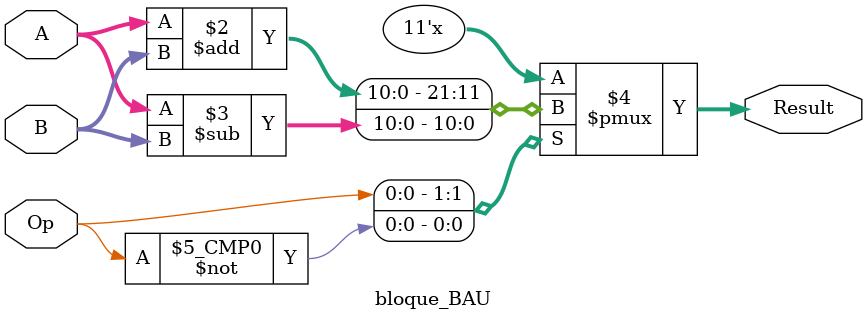
<source format=v>
`timescale 1ns / 1ps
module bloque_BAU
#(parameter msb=10)
(A,B,Op,Result);

// Entrada modulo
input wire [msb:0] A;
input wire [msb:0] B;
input wire Op;

// Salidas modulo
output reg signed [msb:0] Result; 

always @(*)
	case(Op)
		1: Result=A+B;//ADD
		0: Result=A-B;//SUB
		default: Result = 0;
	endcase
endmodule

</source>
